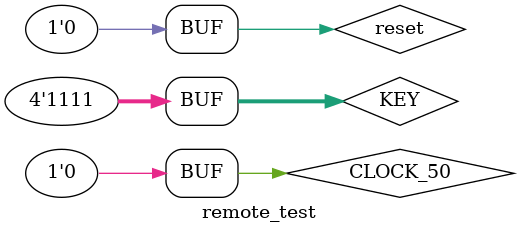
<source format=sv>
`timescale 1ns/1ns

module remote_top (	input logic CLOCK_50,
							input logic reset,
							input logic [3:0] KEY,
							output logic IR_LED);
							
	
	
	logic clk_38, ir_mod;
	logic [31:0] command;
	
	//modules
	clk_38k divider (	.clk_50(CLOCK_50), 
							.reset(reset), 
							.clk_38(clk_38));
	
	samsung_command key_to_cmd (	.clk(CLOCK_50), 
											.reset(reset), 
											.KEY(KEY), 
											.command(command));
	
	samsung_protocol prot (	.clk(CLOCK_50), 
									.reset(reset), 
									.command_in(command), 
									.ir_mod(ir_mod));
	
	ir_drive ir_drv (	.clk(clk_38), 
							.mod(ir_mod), 
							.ir_val(IR_LED));
endmodule


module remote_test ();
	logic CLOCK_50, IR_LED, reset;
	logic [3:0] KEY;
	
	//connect
	remote_top dut(.*);
	
	//clock
	always
	begin
		CLOCK_50 <= 1;	#10;
		CLOCK_50 <= 0;	#10;
	end


	initial
	begin
		//reset??
		KEY <= 4'hf;
		reset <= 1;	#10;
		reset <= 0;	#10;
		
		//key press
		KEY[3] <= 0;	#10;
		KEY[3] <= 1;
	end
	

endmodule

</source>
